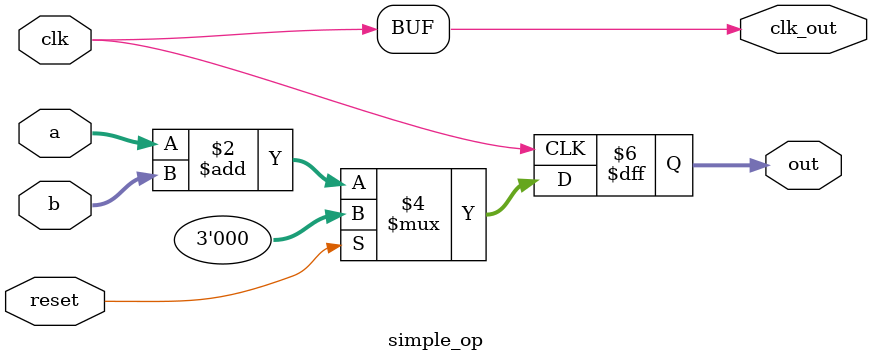
<source format=v>
module simple_op(
    clk,
    reset,
    a,
    b,    
    out,
    clk_out
    );

    input   clk;
    input   reset;
    input   [1:0] a,b;

    output  [2:0] out;
    output  clk_out;

    assign clk_out = clk;

    always @(posedge clk)
    begin
        case(reset)
            1'b0:       out <= a + b;
            default:    out <= 1'b0;
        endcase
    end
endmodule
</source>
